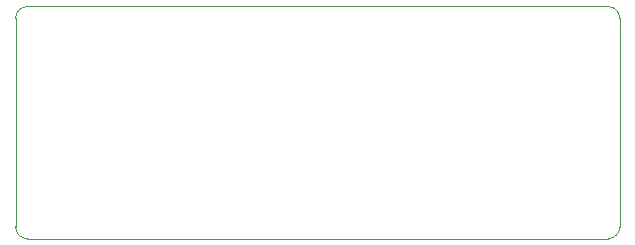
<source format=gm1>
G04 #@! TF.GenerationSoftware,KiCad,Pcbnew,9.0.1*
G04 #@! TF.CreationDate,2025-05-19T19:41:34+12:00*
G04 #@! TF.ProjectId,breadbat,62726561-6462-4617-942e-6b696361645f,v1.0.1*
G04 #@! TF.SameCoordinates,Original*
G04 #@! TF.FileFunction,Profile,NP*
%FSLAX46Y46*%
G04 Gerber Fmt 4.6, Leading zero omitted, Abs format (unit mm)*
G04 Created by KiCad (PCBNEW 9.0.1) date 2025-05-19 19:41:34*
%MOMM*%
%LPD*%
G01*
G04 APERTURE LIST*
G04 #@! TA.AperFunction,Profile*
%ADD10C,0.080000*%
G04 #@! TD*
G04 APERTURE END LIST*
D10*
X128707500Y-56427500D02*
X79557500Y-56427500D01*
X78557500Y-57427500D02*
X78557500Y-75087500D01*
X78557500Y-57427500D02*
G75*
G02*
X79557500Y-56427500I1000000J0D01*
G01*
X79557500Y-76087500D02*
G75*
G02*
X78557500Y-75087500I0J1000000D01*
G01*
X128707500Y-56427500D02*
G75*
G02*
X129707500Y-57427500I0J-1000000D01*
G01*
X79557500Y-76087500D02*
X128707500Y-76087500D01*
X129707500Y-75087500D02*
X129707500Y-57427500D01*
X129707500Y-75087500D02*
G75*
G02*
X128707500Y-76087500I-1000000J0D01*
G01*
M02*

</source>
